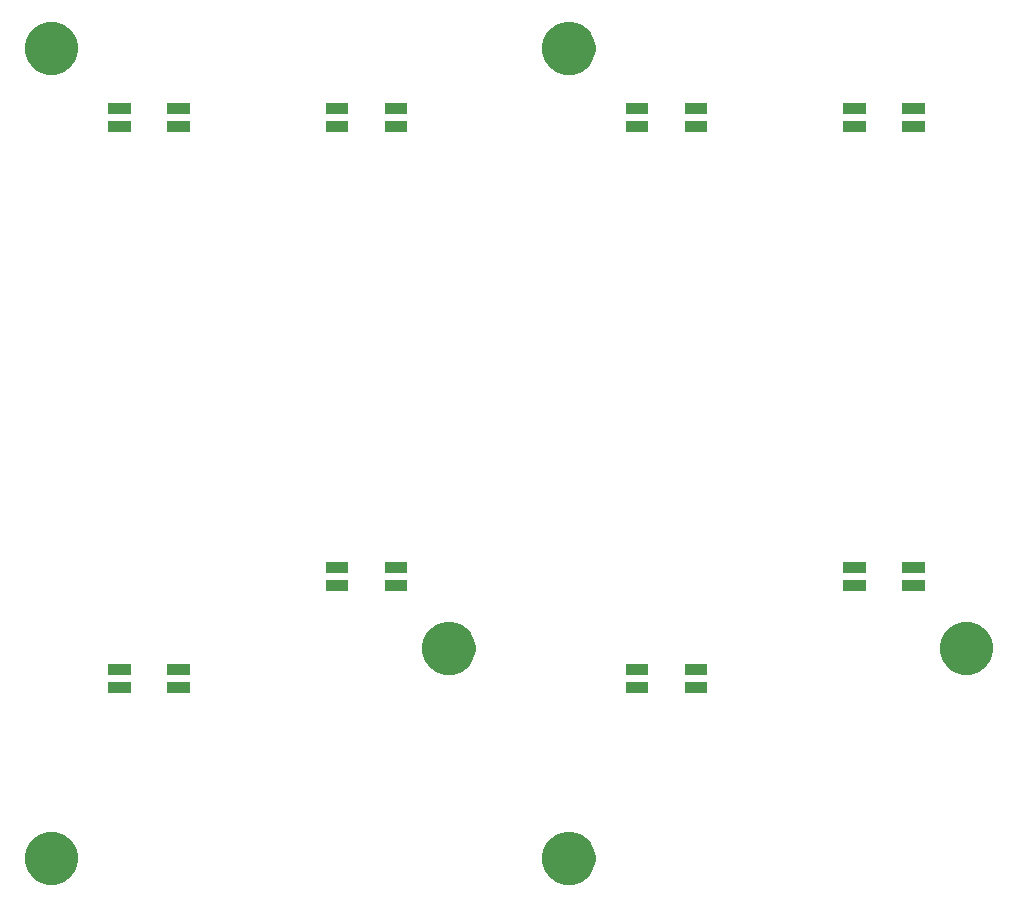
<source format=gbs>
G04 #@! TF.GenerationSoftware,KiCad,Pcbnew,5.1.5+dfsg1-2build2*
G04 #@! TF.CreationDate,2020-12-13T19:06:00+09:00*
G04 #@! TF.ProjectId,shield,73686965-6c64-42e6-9b69-6361645f7063,rev?*
G04 #@! TF.SameCoordinates,Original*
G04 #@! TF.FileFunction,Soldermask,Bot*
G04 #@! TF.FilePolarity,Negative*
%FSLAX46Y46*%
G04 Gerber Fmt 4.6, Leading zero omitted, Abs format (unit mm)*
G04 Created by KiCad (PCBNEW 5.1.5+dfsg1-2build2) date 2020-12-13 19:06:00*
%MOMM*%
%LPD*%
G04 APERTURE LIST*
%ADD10C,0.100000*%
G04 APERTURE END LIST*
D10*
G36*
X157120880Y-82849776D02*
G01*
X157501593Y-82925504D01*
X157911249Y-83095189D01*
X158279929Y-83341534D01*
X158593466Y-83655071D01*
X158839811Y-84023751D01*
X159009496Y-84433407D01*
X159096000Y-84868296D01*
X159096000Y-85311704D01*
X159009496Y-85746593D01*
X158839811Y-86156249D01*
X158593466Y-86524929D01*
X158279929Y-86838466D01*
X157911249Y-87084811D01*
X157501593Y-87254496D01*
X157120880Y-87330224D01*
X157066705Y-87341000D01*
X156623295Y-87341000D01*
X156569120Y-87330224D01*
X156188407Y-87254496D01*
X155778751Y-87084811D01*
X155410071Y-86838466D01*
X155096534Y-86524929D01*
X154850189Y-86156249D01*
X154680504Y-85746593D01*
X154594000Y-85311704D01*
X154594000Y-84868296D01*
X154680504Y-84433407D01*
X154850189Y-84023751D01*
X155096534Y-83655071D01*
X155410071Y-83341534D01*
X155778751Y-83095189D01*
X156188407Y-82925504D01*
X156569120Y-82849776D01*
X156623295Y-82839000D01*
X157066705Y-82839000D01*
X157120880Y-82849776D01*
G37*
G36*
X113305880Y-82849776D02*
G01*
X113686593Y-82925504D01*
X114096249Y-83095189D01*
X114464929Y-83341534D01*
X114778466Y-83655071D01*
X115024811Y-84023751D01*
X115194496Y-84433407D01*
X115281000Y-84868296D01*
X115281000Y-85311704D01*
X115194496Y-85746593D01*
X115024811Y-86156249D01*
X114778466Y-86524929D01*
X114464929Y-86838466D01*
X114096249Y-87084811D01*
X113686593Y-87254496D01*
X113305880Y-87330224D01*
X113251705Y-87341000D01*
X112808295Y-87341000D01*
X112754120Y-87330224D01*
X112373407Y-87254496D01*
X111963751Y-87084811D01*
X111595071Y-86838466D01*
X111281534Y-86524929D01*
X111035189Y-86156249D01*
X110865504Y-85746593D01*
X110779000Y-85311704D01*
X110779000Y-84868296D01*
X110865504Y-84433407D01*
X111035189Y-84023751D01*
X111281534Y-83655071D01*
X111595071Y-83341534D01*
X111963751Y-83095189D01*
X112373407Y-82925504D01*
X112754120Y-82849776D01*
X112808295Y-82839000D01*
X113251705Y-82839000D01*
X113305880Y-82849776D01*
G37*
G36*
X119736000Y-71061000D02*
G01*
X117834000Y-71061000D01*
X117834000Y-70139000D01*
X119736000Y-70139000D01*
X119736000Y-71061000D01*
G37*
G36*
X124736000Y-71061000D02*
G01*
X122834000Y-71061000D01*
X122834000Y-70139000D01*
X124736000Y-70139000D01*
X124736000Y-71061000D01*
G37*
G36*
X163551000Y-71061000D02*
G01*
X161649000Y-71061000D01*
X161649000Y-70139000D01*
X163551000Y-70139000D01*
X163551000Y-71061000D01*
G37*
G36*
X168551000Y-71061000D02*
G01*
X166649000Y-71061000D01*
X166649000Y-70139000D01*
X168551000Y-70139000D01*
X168551000Y-71061000D01*
G37*
G36*
X190775880Y-65069776D02*
G01*
X191156593Y-65145504D01*
X191566249Y-65315189D01*
X191934929Y-65561534D01*
X192248466Y-65875071D01*
X192494811Y-66243751D01*
X192664496Y-66653407D01*
X192751000Y-67088296D01*
X192751000Y-67531704D01*
X192664496Y-67966593D01*
X192494811Y-68376249D01*
X192248466Y-68744929D01*
X191934929Y-69058466D01*
X191566249Y-69304811D01*
X191156593Y-69474496D01*
X190775880Y-69550224D01*
X190721705Y-69561000D01*
X190278295Y-69561000D01*
X190224120Y-69550224D01*
X189843407Y-69474496D01*
X189433751Y-69304811D01*
X189065071Y-69058466D01*
X188751534Y-68744929D01*
X188505189Y-68376249D01*
X188335504Y-67966593D01*
X188249000Y-67531704D01*
X188249000Y-67088296D01*
X188335504Y-66653407D01*
X188505189Y-66243751D01*
X188751534Y-65875071D01*
X189065071Y-65561534D01*
X189433751Y-65315189D01*
X189843407Y-65145504D01*
X190224120Y-65069776D01*
X190278295Y-65059000D01*
X190721705Y-65059000D01*
X190775880Y-65069776D01*
G37*
G36*
X124736000Y-69561000D02*
G01*
X122834000Y-69561000D01*
X122834000Y-68639000D01*
X124736000Y-68639000D01*
X124736000Y-69561000D01*
G37*
G36*
X119736000Y-69561000D02*
G01*
X117834000Y-69561000D01*
X117834000Y-68639000D01*
X119736000Y-68639000D01*
X119736000Y-69561000D01*
G37*
G36*
X146960880Y-65069776D02*
G01*
X147341593Y-65145504D01*
X147751249Y-65315189D01*
X148119929Y-65561534D01*
X148433466Y-65875071D01*
X148679811Y-66243751D01*
X148849496Y-66653407D01*
X148936000Y-67088296D01*
X148936000Y-67531704D01*
X148849496Y-67966593D01*
X148679811Y-68376249D01*
X148433466Y-68744929D01*
X148119929Y-69058466D01*
X147751249Y-69304811D01*
X147341593Y-69474496D01*
X146960880Y-69550224D01*
X146906705Y-69561000D01*
X146463295Y-69561000D01*
X146409120Y-69550224D01*
X146028407Y-69474496D01*
X145618751Y-69304811D01*
X145250071Y-69058466D01*
X144936534Y-68744929D01*
X144690189Y-68376249D01*
X144520504Y-67966593D01*
X144434000Y-67531704D01*
X144434000Y-67088296D01*
X144520504Y-66653407D01*
X144690189Y-66243751D01*
X144936534Y-65875071D01*
X145250071Y-65561534D01*
X145618751Y-65315189D01*
X146028407Y-65145504D01*
X146409120Y-65069776D01*
X146463295Y-65059000D01*
X146906705Y-65059000D01*
X146960880Y-65069776D01*
G37*
G36*
X163551000Y-69561000D02*
G01*
X161649000Y-69561000D01*
X161649000Y-68639000D01*
X163551000Y-68639000D01*
X163551000Y-69561000D01*
G37*
G36*
X168551000Y-69561000D02*
G01*
X166649000Y-69561000D01*
X166649000Y-68639000D01*
X168551000Y-68639000D01*
X168551000Y-69561000D01*
G37*
G36*
X186966000Y-62425000D02*
G01*
X185064000Y-62425000D01*
X185064000Y-61503000D01*
X186966000Y-61503000D01*
X186966000Y-62425000D01*
G37*
G36*
X181966000Y-62425000D02*
G01*
X180064000Y-62425000D01*
X180064000Y-61503000D01*
X181966000Y-61503000D01*
X181966000Y-62425000D01*
G37*
G36*
X143151000Y-62425000D02*
G01*
X141249000Y-62425000D01*
X141249000Y-61503000D01*
X143151000Y-61503000D01*
X143151000Y-62425000D01*
G37*
G36*
X138151000Y-62425000D02*
G01*
X136249000Y-62425000D01*
X136249000Y-61503000D01*
X138151000Y-61503000D01*
X138151000Y-62425000D01*
G37*
G36*
X138151000Y-60925000D02*
G01*
X136249000Y-60925000D01*
X136249000Y-60003000D01*
X138151000Y-60003000D01*
X138151000Y-60925000D01*
G37*
G36*
X181966000Y-60925000D02*
G01*
X180064000Y-60925000D01*
X180064000Y-60003000D01*
X181966000Y-60003000D01*
X181966000Y-60925000D01*
G37*
G36*
X186966000Y-60925000D02*
G01*
X185064000Y-60925000D01*
X185064000Y-60003000D01*
X186966000Y-60003000D01*
X186966000Y-60925000D01*
G37*
G36*
X143151000Y-60925000D02*
G01*
X141249000Y-60925000D01*
X141249000Y-60003000D01*
X143151000Y-60003000D01*
X143151000Y-60925000D01*
G37*
G36*
X168551000Y-23563000D02*
G01*
X166649000Y-23563000D01*
X166649000Y-22641000D01*
X168551000Y-22641000D01*
X168551000Y-23563000D01*
G37*
G36*
X163551000Y-23563000D02*
G01*
X161649000Y-23563000D01*
X161649000Y-22641000D01*
X163551000Y-22641000D01*
X163551000Y-23563000D01*
G37*
G36*
X119736000Y-23563000D02*
G01*
X117834000Y-23563000D01*
X117834000Y-22641000D01*
X119736000Y-22641000D01*
X119736000Y-23563000D01*
G37*
G36*
X124736000Y-23563000D02*
G01*
X122834000Y-23563000D01*
X122834000Y-22641000D01*
X124736000Y-22641000D01*
X124736000Y-23563000D01*
G37*
G36*
X138151000Y-23563000D02*
G01*
X136249000Y-23563000D01*
X136249000Y-22641000D01*
X138151000Y-22641000D01*
X138151000Y-23563000D01*
G37*
G36*
X143151000Y-23563000D02*
G01*
X141249000Y-23563000D01*
X141249000Y-22641000D01*
X143151000Y-22641000D01*
X143151000Y-23563000D01*
G37*
G36*
X181966000Y-23563000D02*
G01*
X180064000Y-23563000D01*
X180064000Y-22641000D01*
X181966000Y-22641000D01*
X181966000Y-23563000D01*
G37*
G36*
X186966000Y-23563000D02*
G01*
X185064000Y-23563000D01*
X185064000Y-22641000D01*
X186966000Y-22641000D01*
X186966000Y-23563000D01*
G37*
G36*
X124736000Y-22063000D02*
G01*
X122834000Y-22063000D01*
X122834000Y-21141000D01*
X124736000Y-21141000D01*
X124736000Y-22063000D01*
G37*
G36*
X186966000Y-22063000D02*
G01*
X185064000Y-22063000D01*
X185064000Y-21141000D01*
X186966000Y-21141000D01*
X186966000Y-22063000D01*
G37*
G36*
X168551000Y-22063000D02*
G01*
X166649000Y-22063000D01*
X166649000Y-21141000D01*
X168551000Y-21141000D01*
X168551000Y-22063000D01*
G37*
G36*
X163551000Y-22063000D02*
G01*
X161649000Y-22063000D01*
X161649000Y-21141000D01*
X163551000Y-21141000D01*
X163551000Y-22063000D01*
G37*
G36*
X181966000Y-22063000D02*
G01*
X180064000Y-22063000D01*
X180064000Y-21141000D01*
X181966000Y-21141000D01*
X181966000Y-22063000D01*
G37*
G36*
X143151000Y-22063000D02*
G01*
X141249000Y-22063000D01*
X141249000Y-21141000D01*
X143151000Y-21141000D01*
X143151000Y-22063000D01*
G37*
G36*
X138151000Y-22063000D02*
G01*
X136249000Y-22063000D01*
X136249000Y-21141000D01*
X138151000Y-21141000D01*
X138151000Y-22063000D01*
G37*
G36*
X119736000Y-22063000D02*
G01*
X117834000Y-22063000D01*
X117834000Y-21141000D01*
X119736000Y-21141000D01*
X119736000Y-22063000D01*
G37*
G36*
X157120880Y-14269776D02*
G01*
X157501593Y-14345504D01*
X157911249Y-14515189D01*
X158279929Y-14761534D01*
X158593466Y-15075071D01*
X158839811Y-15443751D01*
X159009496Y-15853407D01*
X159096000Y-16288296D01*
X159096000Y-16731704D01*
X159009496Y-17166593D01*
X158839811Y-17576249D01*
X158593466Y-17944929D01*
X158279929Y-18258466D01*
X157911249Y-18504811D01*
X157501593Y-18674496D01*
X157120880Y-18750224D01*
X157066705Y-18761000D01*
X156623295Y-18761000D01*
X156569120Y-18750224D01*
X156188407Y-18674496D01*
X155778751Y-18504811D01*
X155410071Y-18258466D01*
X155096534Y-17944929D01*
X154850189Y-17576249D01*
X154680504Y-17166593D01*
X154594000Y-16731704D01*
X154594000Y-16288296D01*
X154680504Y-15853407D01*
X154850189Y-15443751D01*
X155096534Y-15075071D01*
X155410071Y-14761534D01*
X155778751Y-14515189D01*
X156188407Y-14345504D01*
X156569120Y-14269776D01*
X156623295Y-14259000D01*
X157066705Y-14259000D01*
X157120880Y-14269776D01*
G37*
G36*
X113305880Y-14269776D02*
G01*
X113686593Y-14345504D01*
X114096249Y-14515189D01*
X114464929Y-14761534D01*
X114778466Y-15075071D01*
X115024811Y-15443751D01*
X115194496Y-15853407D01*
X115281000Y-16288296D01*
X115281000Y-16731704D01*
X115194496Y-17166593D01*
X115024811Y-17576249D01*
X114778466Y-17944929D01*
X114464929Y-18258466D01*
X114096249Y-18504811D01*
X113686593Y-18674496D01*
X113305880Y-18750224D01*
X113251705Y-18761000D01*
X112808295Y-18761000D01*
X112754120Y-18750224D01*
X112373407Y-18674496D01*
X111963751Y-18504811D01*
X111595071Y-18258466D01*
X111281534Y-17944929D01*
X111035189Y-17576249D01*
X110865504Y-17166593D01*
X110779000Y-16731704D01*
X110779000Y-16288296D01*
X110865504Y-15853407D01*
X111035189Y-15443751D01*
X111281534Y-15075071D01*
X111595071Y-14761534D01*
X111963751Y-14515189D01*
X112373407Y-14345504D01*
X112754120Y-14269776D01*
X112808295Y-14259000D01*
X113251705Y-14259000D01*
X113305880Y-14269776D01*
G37*
M02*

</source>
